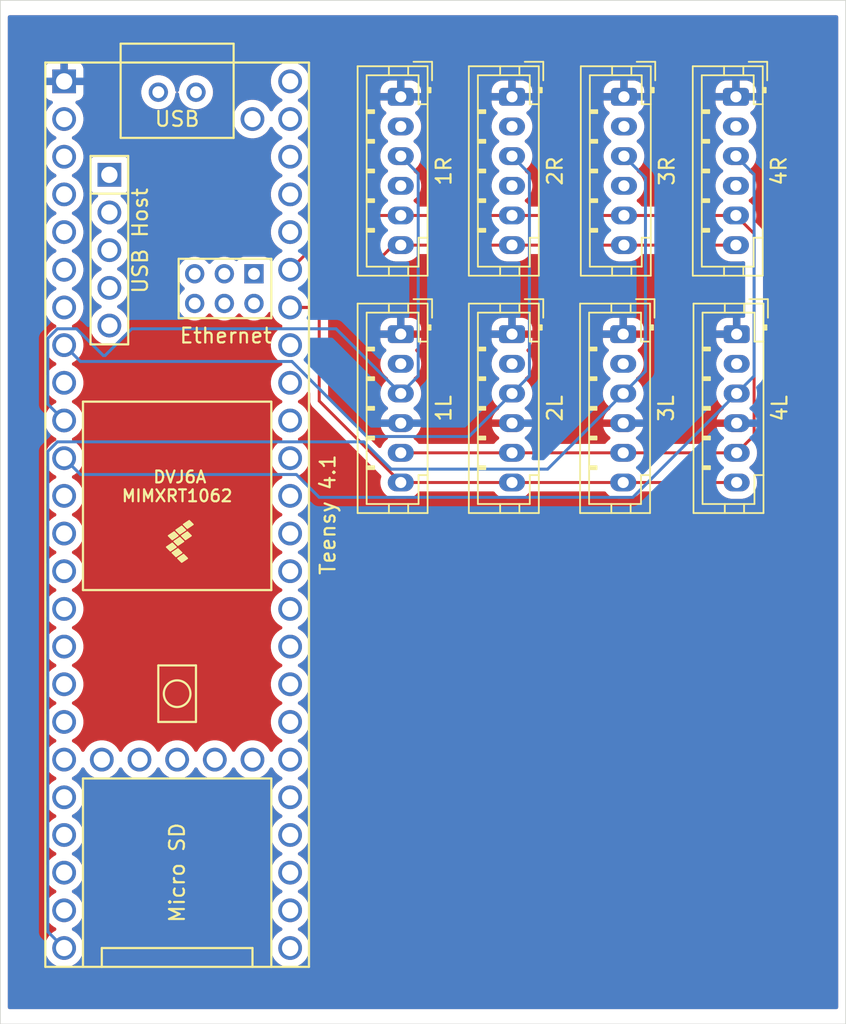
<source format=kicad_pcb>
(kicad_pcb (version 20241229) (generator "pcbnew") (generator_version "9.0")
  (layers (0 "F.Cu" signal) (4 "In1.Cu" signal) (6 "In2.Cu" signal) (2 "B.Cu" signal) (13 "F.Paste" user) (15 "B.Paste" user) (5 "F.SilkS" user "F.Silkscreen") (7 "B.SilkS" user "B.Silkscreen") (1 "F.Mask" user) (3 "B.Mask" user) (25 "Edge.Cuts" user))
  (net 0 "")
  (net 56 "+3.3V")
  (net 59 "BCLK1")
  (net 60 "LRCLK1")
  (net 61 "SAI1_RXD0")
  (net 62 "SAI1_RXD1")
  (net 63 "SAI1_RXD2")
  (net 64 "SAI2_RXD0")
  (net 65 "SAI1_RXD3")
  (net 66 "SAI2_RXD1")
  (net 67 "GND")
  (footprint "Connector_JST:JST_PH_B6B-PH-K_1x06_P2.00mm_Vertical" (layer "F.Cu") (at 228.65 51 -90)
    (property "Reference" "4L" (at 5 -2.9 90) (layer "F.SilkS"))
    (property "Value" "LeftMic")
    (pad "1" thru_hole roundrect (at 0 0 270) (size 1.2 1.75) (drill 0.75) (layers "*.Cu" "*.Mask") (roundrect_rratio 0.208333) (net 67 "GND"))
    (pad "2" thru_hole oval (at 2 0 270) (size 1.2 1.75) (drill 0.75) (layers "*.Cu" "*.Mask") (net 56 "+3.3V"))
    (pad "3" thru_hole oval (at 4 0 270) (size 1.2 1.75) (drill 0.75) (layers "*.Cu" "*.Mask") (net 65 "SAI1_RXD3"))
    (pad "4" thru_hole oval (at 6 0 270) (size 1.2 1.75) (drill 0.75) (layers "*.Cu" "*.Mask") (net 67 "GND"))
    (pad "5" thru_hole oval (at 8 0 270) (size 1.2 1.75) (drill 0.75) (layers "*.Cu" "*.Mask") (net 59 "BCLK1"))
    (pad "6" thru_hole oval (at 10 0 270) (size 1.2 1.75) (drill 0.75) (layers "*.Cu" "*.Mask") (net 60 "LRCLK1"))
  )
  (footprint "Connector_JST:JST_PH_B6B-PH-K_1x06_P2.00mm_Vertical" (layer "F.Cu") (at 221 51 -90)
    (property "Reference" "3L" (at 5 -2.9 90) (layer "F.SilkS"))
    (property "Value" "LeftMic")
    (pad "1" thru_hole roundrect (at 0 0 270) (size 1.2 1.75) (drill 0.75) (layers "*.Cu" "*.Mask") (roundrect_rratio 0.208333) (net 67 "GND"))
    (pad "2" thru_hole oval (at 2 0 270) (size 1.2 1.75) (drill 0.75) (layers "*.Cu" "*.Mask") (net 56 "+3.3V"))
    (pad "3" thru_hole oval (at 4 0 270) (size 1.2 1.75) (drill 0.75) (layers "*.Cu" "*.Mask") (net 63 "SAI1_RXD2"))
    (pad "4" thru_hole oval (at 6 0 270) (size 1.2 1.75) (drill 0.75) (layers "*.Cu" "*.Mask") (net 67 "GND"))
    (pad "5" thru_hole oval (at 8 0 270) (size 1.2 1.75) (drill 0.75) (layers "*.Cu" "*.Mask") (net 59 "BCLK1"))
    (pad "6" thru_hole oval (at 10 0 270) (size 1.2 1.75) (drill 0.75) (layers "*.Cu" "*.Mask") (net 60 "LRCLK1"))
  )
  (footprint "Connector_JST:JST_PH_B6B-PH-K_1x06_P2.00mm_Vertical" (layer "F.Cu") (at 221.05 35 -90)
    (property "Reference" "3R" (at 5 -2.9 90) (layer "F.SilkS"))
    (property "Value" "RightMic")
    (pad "1" thru_hole roundrect (at 0 0 270) (size 1.2 1.75) (drill 0.75) (layers "*.Cu" "*.Mask") (roundrect_rratio 0.208333) (net 67 "GND"))
    (pad "2" thru_hole oval (at 2 0 270) (size 1.2 1.75) (drill 0.75) (layers "*.Cu" "*.Mask") (net 56 "+3.3V"))
    (pad "3" thru_hole oval (at 4 0 270) (size 1.2 1.75) (drill 0.75) (layers "*.Cu" "*.Mask") (net 63 "SAI1_RXD2"))
    (pad "4" thru_hole oval (at 6 0 270) (size 1.2 1.75) (drill 0.75) (layers "*.Cu" "*.Mask") (net 56 "+3.3V"))
    (pad "5" thru_hole oval (at 8 0 270) (size 1.2 1.75) (drill 0.75) (layers "*.Cu" "*.Mask") (net 59 "BCLK1"))
    (pad "6" thru_hole oval (at 10 0 270) (size 1.2 1.75) (drill 0.75) (layers "*.Cu" "*.Mask") (net 60 "LRCLK1"))
  )
  (footprint "Connector_JST:JST_PH_B6B-PH-K_1x06_P2.00mm_Vertical" (layer "F.Cu") (at 206 51 -90)
    (property "Reference" "1L" (at 5 -2.9 90) (layer "F.SilkS"))
    (property "Value" "LeftMic")
    (pad "1" thru_hole roundrect (at 0 0 270) (size 1.2 1.75) (drill 0.75) (layers "*.Cu" "*.Mask") (roundrect_rratio 0.208333) (net 67 "GND"))
    (pad "2" thru_hole oval (at 2 0 270) (size 1.2 1.75) (drill 0.75) (layers "*.Cu" "*.Mask") (net 56 "+3.3V"))
    (pad "3" thru_hole oval (at 4 0 270) (size 1.2 1.75) (drill 0.75) (layers "*.Cu" "*.Mask") (net 61 "SAI1_RXD0"))
    (pad "4" thru_hole oval (at 6 0 270) (size 1.2 1.75) (drill 0.75) (layers "*.Cu" "*.Mask") (net 67 "GND"))
    (pad "5" thru_hole oval (at 8 0 270) (size 1.2 1.75) (drill 0.75) (layers "*.Cu" "*.Mask") (net 59 "BCLK1"))
    (pad "6" thru_hole oval (at 10 0 270) (size 1.2 1.75) (drill 0.75) (layers "*.Cu" "*.Mask") (net 60 "LRCLK1"))
  )
  (footprint "Connector_JST:JST_PH_B6B-PH-K_1x06_P2.00mm_Vertical" (layer "F.Cu") (at 228.6 35 -90)
    (property "Reference" "4R" (at 5 -2.9 90) (layer "F.SilkS"))
    (property "Value" "RightMic")
    (pad "1" thru_hole roundrect (at 0 0 270) (size 1.2 1.75) (drill 0.75) (layers "*.Cu" "*.Mask") (roundrect_rratio 0.208333) (net 67 "GND"))
    (pad "2" thru_hole oval (at 2 0 270) (size 1.2 1.75) (drill 0.75) (layers "*.Cu" "*.Mask") (net 56 "+3.3V"))
    (pad "3" thru_hole oval (at 4 0 270) (size 1.2 1.75) (drill 0.75) (layers "*.Cu" "*.Mask") (net 65 "SAI1_RXD3"))
    (pad "4" thru_hole oval (at 6 0 270) (size 1.2 1.75) (drill 0.75) (layers "*.Cu" "*.Mask") (net 56 "+3.3V"))
    (pad "5" thru_hole oval (at 8 0 270) (size 1.2 1.75) (drill 0.75) (layers "*.Cu" "*.Mask") (net 59 "BCLK1"))
    (pad "6" thru_hole oval (at 10 0 270) (size 1.2 1.75) (drill 0.75) (layers "*.Cu" "*.Mask") (net 60 "LRCLK1"))
  )
  (footprint "Connector_JST:JST_PH_B6B-PH-K_1x06_P2.00mm_Vertical" (layer "F.Cu") (at 213.5 51 -90)
    (property "Reference" "2L" (at 5 -2.9 90) (layer "F.SilkS"))
    (property "Value" "LeftMic")
    (pad "1" thru_hole roundrect (at 0 0 270) (size 1.2 1.75) (drill 0.75) (layers "*.Cu" "*.Mask") (roundrect_rratio 0.208333) (net 67 "GND"))
    (pad "2" thru_hole oval (at 2 0 270) (size 1.2 1.75) (drill 0.75) (layers "*.Cu" "*.Mask") (net 56 "+3.3V"))
    (pad "3" thru_hole oval (at 4 0 270) (size 1.2 1.75) (drill 0.75) (layers "*.Cu" "*.Mask") (net 62 "SAI1_RXD1"))
    (pad "4" thru_hole oval (at 6 0 270) (size 1.2 1.75) (drill 0.75) (layers "*.Cu" "*.Mask") (net 67 "GND"))
    (pad "5" thru_hole oval (at 8 0 270) (size 1.2 1.75) (drill 0.75) (layers "*.Cu" "*.Mask") (net 59 "BCLK1"))
    (pad "6" thru_hole oval (at 10 0 270) (size 1.2 1.75) (drill 0.75) (layers "*.Cu" "*.Mask") (net 60 "LRCLK1"))
  )
  (footprint "teensy:Teensy41" (layer "F.Cu") (at 190.92 63.17 -90)
    (property "Reference" "Teensy 4.1" (at 0 -10.16 90) (layer "F.SilkS"))
    (property "Value" "Teensy4.1")
    (fp_text user "DVJ6A" (at -2.54 -0.18 0) (layer "F.SilkS") (effects (font (size 0.8 0.8))))
    (fp_text user "Micro SD" (at 24.13 0 90) (layer "F.SilkS"))
    (fp_text user "USB Host" (at -18.4658 2.4892 90) (layer "F.SilkS"))
    (fp_text user "Ethernet" (at -12.065 -3.2766 0) (layer "F.SilkS"))
    (fp_text user "USB" (at -26.67 0 0) (layer "F.SilkS"))
    (fp_text user "MIMXRT1062" (at -1.27 0 0) (layer "F.SilkS") (effects (font (size 0.8 0.8))))
    (pad "1" thru_hole rect (at -29.21 7.62 270) (size 1.6 1.6) (drill 1.1) (layers "*.Cu" "*.Mask") (net 67 "GND"))
    (pad "2" thru_hole circle (at -26.67 7.62 270) (size 1.6 1.6) (drill 1.1) (layers "*.Cu" "*.Mask"))
    (pad "3" thru_hole circle (at -24.13 7.62 270) (size 1.6 1.6) (drill 1.1) (layers "*.Cu" "*.Mask"))
    (pad "4" thru_hole circle (at -21.59 7.62 270) (size 1.6 1.6) (drill 1.1) (layers "*.Cu" "*.Mask") (net 64 "SAI2_RXD0"))
    (pad "5" thru_hole circle (at -19.05 7.62 270) (size 1.6 1.6) (drill 1.1) (layers "*.Cu" "*.Mask"))
    (pad "6" thru_hole circle (at -16.51 7.62 270) (size 1.6 1.6) (drill 1.1) (layers "*.Cu" "*.Mask"))
    (pad "7" thru_hole circle (at -13.97 7.62 270) (size 1.6 1.6) (drill 1.1) (layers "*.Cu" "*.Mask") (net 66 "SAI2_RXD1"))
    (pad "8" thru_hole circle (at -11.43 7.62 270) (size 1.6 1.6) (drill 1.1) (layers "*.Cu" "*.Mask") (net 62 "SAI1_RXD1"))
    (pad "9" thru_hole circle (at -8.89 7.62 270) (size 1.6 1.6) (drill 1.1) (layers "*.Cu" "*.Mask"))
    (pad "10" thru_hole circle (at -6.35 7.62 270) (size 1.6 1.6) (drill 1.1) (layers "*.Cu" "*.Mask") (net 61 "SAI1_RXD0"))
    (pad "11" thru_hole circle (at -3.81 7.62 270) (size 1.6 1.6) (drill 1.1) (layers "*.Cu" "*.Mask") (net 65 "SAI1_RXD3"))
    (pad "12" thru_hole circle (at -1.27 7.62 270) (size 1.6 1.6) (drill 1.1) (layers "*.Cu" "*.Mask"))
    (pad "13" thru_hole circle (at 1.27 7.62 270) (size 1.6 1.6) (drill 1.1) (layers "*.Cu" "*.Mask"))
    (pad "14" thru_hole circle (at 3.81 7.62 270) (size 1.6 1.6) (drill 1.1) (layers "*.Cu" "*.Mask"))
    (pad "15" thru_hole circle (at 6.35 7.62 270) (size 1.6 1.6) (drill 1.1) (layers "*.Cu" "*.Mask"))
    (pad "16" thru_hole circle (at 8.89 7.62 270) (size 1.6 1.6) (drill 1.1) (layers "*.Cu" "*.Mask"))
    (pad "17" thru_hole circle (at 11.43 7.62 270) (size 1.6 1.6) (drill 1.1) (layers "*.Cu" "*.Mask"))
    (pad "18" thru_hole circle (at 13.97 7.62 270) (size 1.6 1.6) (drill 1.1) (layers "*.Cu" "*.Mask"))
    (pad "19" thru_hole circle (at 16.51 7.62 270) (size 1.6 1.6) (drill 1.1) (layers "*.Cu" "*.Mask"))
    (pad "20" thru_hole circle (at 19.05 7.62 270) (size 1.6 1.6) (drill 1.1) (layers "*.Cu" "*.Mask"))
    (pad "21" thru_hole circle (at 21.59 7.62 270) (size 1.6 1.6) (drill 1.1) (layers "*.Cu" "*.Mask"))
    (pad "22" thru_hole circle (at 24.13 7.62 270) (size 1.6 1.6) (drill 1.1) (layers "*.Cu" "*.Mask"))
    (pad "23" thru_hole circle (at 26.67 7.62 270) (size 1.6 1.6) (drill 1.1) (layers "*.Cu" "*.Mask"))
    (pad "24" thru_hole circle (at 29.21 7.62 270) (size 1.6 1.6) (drill 1.1) (layers "*.Cu" "*.Mask") (net 63 "SAI1_RXD2"))
    (pad "25" thru_hole circle (at 29.21 -7.62 270) (size 1.6 1.6) (drill 1.1) (layers "*.Cu" "*.Mask"))
    (pad "26" thru_hole circle (at 26.67 -7.62 270) (size 1.6 1.6) (drill 1.1) (layers "*.Cu" "*.Mask"))
    (pad "27" thru_hole circle (at 24.13 -7.62 270) (size 1.6 1.6) (drill 1.1) (layers "*.Cu" "*.Mask"))
    (pad "28" thru_hole circle (at 21.59 -7.62 270) (size 1.6 1.6) (drill 1.1) (layers "*.Cu" "*.Mask"))
    (pad "29" thru_hole circle (at 19.05 -7.62 270) (size 1.6 1.6) (drill 1.1) (layers "*.Cu" "*.Mask"))
    (pad "30" thru_hole circle (at 16.51 -7.62 270) (size 1.6 1.6) (drill 1.1) (layers "*.Cu" "*.Mask"))
    (pad "31" thru_hole circle (at 13.97 -7.62 270) (size 1.6 1.6) (drill 1.1) (layers "*.Cu" "*.Mask"))
    (pad "32" thru_hole circle (at 11.43 -7.62 270) (size 1.6 1.6) (drill 1.1) (layers "*.Cu" "*.Mask"))
    (pad "33" thru_hole circle (at 8.89 -7.62 270) (size 1.6 1.6) (drill 1.1) (layers "*.Cu" "*.Mask"))
    (pad "34" thru_hole circle (at 6.35 -7.62 270) (size 1.6 1.6) (drill 1.1) (layers "*.Cu" "*.Mask"))
    (pad "35" thru_hole circle (at 3.81 -7.62 270) (size 1.6 1.6) (drill 1.1) (layers "*.Cu" "*.Mask"))
    (pad "36" thru_hole circle (at 1.27 -7.62 270) (size 1.6 1.6) (drill 1.1) (layers "*.Cu" "*.Mask"))
    (pad "37" thru_hole circle (at -1.27 -7.62 270) (size 1.6 1.6) (drill 1.1) (layers "*.Cu" "*.Mask"))
    (pad "38" thru_hole circle (at -3.81 -7.62 270) (size 1.6 1.6) (drill 1.1) (layers "*.Cu" "*.Mask"))
    (pad "39" thru_hole circle (at -6.35 -7.62 270) (size 1.6 1.6) (drill 1.1) (layers "*.Cu" "*.Mask"))
    (pad "40" thru_hole circle (at -8.89 -7.62 270) (size 1.6 1.6) (drill 1.1) (layers "*.Cu" "*.Mask"))
    (pad "41" thru_hole circle (at -11.43 -7.62 270) (size 1.6 1.6) (drill 1.1) (layers "*.Cu" "*.Mask"))
    (pad "42" thru_hole circle (at -13.97 -7.62 270) (size 1.6 1.6) (drill 1.1) (layers "*.Cu" "*.Mask") (net 60 "LRCLK1"))
    (pad "43" thru_hole circle (at -16.51 -7.62 270) (size 1.6 1.6) (drill 1.1) (layers "*.Cu" "*.Mask") (net 59 "BCLK1"))
    (pad "44" thru_hole circle (at -19.05 -7.62 270) (size 1.6 1.6) (drill 1.1) (layers "*.Cu" "*.Mask"))
    (pad "45" thru_hole circle (at -21.59 -7.62 270) (size 1.6 1.6) (drill 1.1) (layers "*.Cu" "*.Mask"))
    (pad "46" thru_hole circle (at -24.13 -7.62 270) (size 1.6 1.6) (drill 1.1) (layers "*.Cu" "*.Mask") (net 56 "+3.3V"))
    (pad "47" thru_hole circle (at -26.67 -7.62 270) (size 1.6 1.6) (drill 1.1) (layers "*.Cu" "*.Mask"))
    (pad "48" thru_hole circle (at -29.21 -7.62 270) (size 1.6 1.6) (drill 1.1) (layers "*.Cu" "*.Mask"))
    (pad "49" thru_hole circle (at -26.67 -5.08 270) (size 1.6 1.6) (drill 1.1) (layers "*.Cu" "*.Mask"))
    (pad "50" thru_hole circle (at 16.51 5.08 270) (size 1.6 1.6) (drill 1.1) (layers "*.Cu" "*.Mask"))
    (pad "51" thru_hole circle (at 16.51 2.54 270) (size 1.6 1.6) (drill 1.1) (layers "*.Cu" "*.Mask"))
    (pad "52" thru_hole circle (at 16.51 0 270) (size 1.6 1.6) (drill 1.1) (layers "*.Cu" "*.Mask"))
    (pad "53" thru_hole circle (at 16.51 -2.54 270) (size 1.6 1.6) (drill 1.1) (layers "*.Cu" "*.Mask"))
    (pad "54" thru_hole circle (at 16.51 -5.08 270) (size 1.6 1.6) (drill 1.1) (layers "*.Cu" "*.Mask"))
    (pad "55" thru_hole rect (at -22.9108 4.5692 270) (size 1.6 1.6) (drill 1.1) (layers "*.Cu" "*.Mask"))
    (pad "56" thru_hole circle (at -20.3708 4.5692 270) (size 1.6 1.6) (drill 1.1) (layers "*.Cu" "*.Mask"))
    (pad "57" thru_hole circle (at -17.8308 4.5692 270) (size 1.6 1.6) (drill 1.1) (layers "*.Cu" "*.Mask"))
    (pad "58" thru_hole circle (at -15.2908 4.5692 270) (size 1.6 1.6) (drill 1.1) (layers "*.Cu" "*.Mask"))
    (pad "59" thru_hole circle (at -12.7508 4.5692 270) (size 1.6 1.6) (drill 1.1) (layers "*.Cu" "*.Mask"))
    (pad "60" thru_hole rect (at -16.24 -5.1816 270) (size 1.3 1.3) (drill 0.8) (layers "*.Cu" "*.Mask"))
    (pad "61" thru_hole circle (at -16.24 -3.1816 270) (size 1.3 1.3) (drill 0.8) (layers "*.Cu" "*.Mask"))
    (pad "62" thru_hole circle (at -16.24 -1.1816 270) (size 1.3 1.3) (drill 0.8) (layers "*.Cu" "*.Mask"))
    (pad "63" thru_hole circle (at -14.24 -1.1816 270) (size 1.3 1.3) (drill 0.8) (layers "*.Cu" "*.Mask"))
    (pad "64" thru_hole circle (at -14.24 -3.1816 270) (size 1.3 1.3) (drill 0.8) (layers "*.Cu" "*.Mask"))
    (pad "65" thru_hole circle (at -14.24 -5.1816 270) (size 1.3 1.3) (drill 0.8) (layers "*.Cu" "*.Mask"))
    (pad "66" thru_hole circle (at -28.48 -1.27 270) (size 1.3 1.3) (drill 0.8) (layers "*.Cu" "*.Mask"))
    (pad "67" thru_hole circle (at -28.48 1.27 270) (size 1.3 1.3) (drill 0.8) (layers "*.Cu" "*.Mask"))
  )
  (footprint "Connector_JST:JST_PH_B6B-PH-K_1x06_P2.00mm_Vertical" (layer "F.Cu") (at 213.5 35 -90)
    (property "Reference" "2R" (at 5 -2.9 90) (layer "F.SilkS"))
    (property "Value" "RightMic")
    (pad "1" thru_hole roundrect (at 0 0 270) (size 1.2 1.75) (drill 0.75) (layers "*.Cu" "*.Mask") (roundrect_rratio 0.208333) (net 67 "GND"))
    (pad "2" thru_hole oval (at 2 0 270) (size 1.2 1.75) (drill 0.75) (layers "*.Cu" "*.Mask") (net 56 "+3.3V"))
    (pad "3" thru_hole oval (at 4 0 270) (size 1.2 1.75) (drill 0.75) (layers "*.Cu" "*.Mask") (net 62 "SAI1_RXD1"))
    (pad "4" thru_hole oval (at 6 0 270) (size 1.2 1.75) (drill 0.75) (layers "*.Cu" "*.Mask") (net 56 "+3.3V"))
    (pad "5" thru_hole oval (at 8 0 270) (size 1.2 1.75) (drill 0.75) (layers "*.Cu" "*.Mask") (net 59 "BCLK1"))
    (pad "6" thru_hole oval (at 10 0 270) (size 1.2 1.75) (drill 0.75) (layers "*.Cu" "*.Mask") (net 60 "LRCLK1"))
  )
  (footprint "Connector_JST:JST_PH_B6B-PH-K_1x06_P2.00mm_Vertical" (layer "F.Cu") (at 206 35 -90)
    (property "Reference" "1R" (at 5 -2.9 90) (layer "F.SilkS"))
    (property "Value" "RightMic")
    (pad "1" thru_hole roundrect (at 0 0 270) (size 1.2 1.75) (drill 0.75) (layers "*.Cu" "*.Mask") (roundrect_rratio 0.208333) (net 67 "GND"))
    (pad "2" thru_hole oval (at 2 0 270) (size 1.2 1.75) (drill 0.75) (layers "*.Cu" "*.Mask") (net 56 "+3.3V"))
    (pad "3" thru_hole oval (at 4 0 270) (size 1.2 1.75) (drill 0.75) (layers "*.Cu" "*.Mask") (net 61 "SAI1_RXD0"))
    (pad "4" thru_hole oval (at 6 0 270) (size 1.2 1.75) (drill 0.75) (layers "*.Cu" "*.Mask") (net 56 "+3.3V"))
    (pad "5" thru_hole oval (at 8 0 270) (size 1.2 1.75) (drill 0.75) (layers "*.Cu" "*.Mask") (net 59 "BCLK1"))
    (pad "6" thru_hole oval (at 10 0 270) (size 1.2 1.75) (drill 0.75) (layers "*.Cu" "*.Mask") (net 60 "LRCLK1"))
  )
  (gr_rect (start 179 28.5) (end 236 97.5) (stroke (width 0.05)) (fill no) (layer "Edge.Cuts"))
  (segment (start 221.05 43) (end 213.5 43) (width 0.2) (layer "F.Cu") (net 59))
  (segment (start 229.826 44.226) (end 229.826 57.824) (width 0.2) (layer "F.Cu") (net 59))
  (segment (start 202.2 43) (end 198.54 46.66) (width 0.2) (layer "F.Cu") (net 59))
  (segment (start 228.65 59) (end 221 59) (width 0.2) (layer "F.Cu") (net 59))
  (segment (start 213.5 59) (end 206 59) (width 0.2) (layer "F.Cu") (net 59))
  (segment (start 213.5 43) (end 206 43) (width 0.2) (layer "F.Cu") (net 59))
  (segment (start 229.826 57.824) (end 228.65 59) (width 0.2) (layer "F.Cu") (net 59))
  (segment (start 228.6 43) (end 221.05 43) (width 0.2) (layer "F.Cu") (net 59))
  (segment (start 228.6 43) (end 229.826 44.226) (width 0.2) (layer "F.Cu") (net 59))
  (segment (start 221 59) (end 213.5 59) (width 0.2) (layer "F.Cu") (net 59))
  (segment (start 206 43) (end 202.2 43) (width 0.2) (layer "F.Cu") (net 59))
  (segment (start 213.5 45) (end 206 45) (width 0.2) (layer "F.Cu") (net 60))
  (segment (start 206 45) (end 205.5 45) (width 0.2) (layer "F.Cu") (net 60))
  (segment (start 201.3 49.2) (end 198.54 49.2) (width 0.2) (layer "F.Cu") (net 60))
  (segment (start 228.6 45) (end 221.05 45) (width 0.2) (layer "F.Cu") (net 60))
  (segment (start 200.5 55.5) (end 200.5 49.2) (width 0.2) (layer "F.Cu") (net 60))
  (segment (start 221.05 45) (end 213.5 45) (width 0.2) (layer "F.Cu") (net 60))
  (segment (start 221 61) (end 213.5 61) (width 0.2) (layer "F.Cu") (net 60))
  (segment (start 206 61) (end 200.5 55.5) (width 0.2) (layer "F.Cu") (net 60))
  (segment (start 228.65 61) (end 221 61) (width 0.2) (layer "F.Cu") (net 60))
  (segment (start 200.5 49.2) (end 198.54 49.2) (width 0.2) (layer "F.Cu") (net 60))
  (segment (start 213.5 61) (end 206 61) (width 0.2) (layer "F.Cu") (net 60))
  (segment (start 205.5 45) (end 201.3 49.2) (width 0.2) (layer "F.Cu") (net 60))
  (segment (start 185.94 52.44) (end 184.139 50.639) (width 0.2) (layer "B.Cu") (net 61))
  (segment (start 182.199 55.719) (end 183.3 56.82) (width 0.2) (layer "B.Cu") (net 61))
  (segment (start 207.176 40.176) (end 207.176 53.824) (width 0.2) (layer "B.Cu") (net 61))
  (segment (start 206 55) (end 201.639 50.639) (width 0.2) (layer "B.Cu") (net 61))
  (segment (start 186.06 52.44) (end 185.94 52.44) (width 0.2) (layer "B.Cu") (net 61))
  (segment (start 206 39) (end 207.176 40.176) (width 0.2) (layer "B.Cu") (net 61))
  (segment (start 182.84395 50.639) (end 182.199 51.28395) (width 0.2) (layer "B.Cu") (net 61))
  (segment (start 207.176 53.824) (end 206 55) (width 0.2) (layer "B.Cu") (net 61))
  (segment (start 184.139 50.639) (end 182.84395 50.639) (width 0.2) (layer "B.Cu") (net 61))
  (segment (start 201.639 50.639) (end 187.861 50.639) (width 0.2) (layer "B.Cu") (net 61))
  (segment (start 182.199 51.28395) (end 182.199 55.719) (width 0.2) (layer "B.Cu") (net 61))
  (segment (start 187.861 50.639) (end 186.06 52.44) (width 0.2) (layer "B.Cu") (net 61))
  (segment (start 213.5 55) (end 210.599 57.901) (width 0.2) (layer "B.Cu") (net 62))
  (segment (start 214.676 53.824) (end 213.5 55) (width 0.2) (layer "B.Cu") (net 62))
  (segment (start 210.599 57.901) (end 203.720894 57.901) (width 0.2) (layer "B.Cu") (net 62))
  (segment (start 213.5 39) (end 214.676 40.176) (width 0.2) (layer "B.Cu") (net 62))
  (segment (start 184.401 52.841) (end 183.3 51.74) (width 0.2) (layer "B.Cu") (net 62))
  (segment (start 214.676 40.176) (end 214.676 53.824) (width 0.2) (layer "B.Cu") (net 62))
  (segment (start 203.720894 57.901) (end 198.660894 52.841) (width 0.2) (layer "B.Cu") (net 62))
  (segment (start 198.660894 52.841) (end 184.401 52.841) (width 0.2) (layer "B.Cu") (net 62))
  (segment (start 205.351794 60.099) (end 203.511794 58.259) (width 0.2) (layer "B.Cu") (net 63))
  (segment (start 221.05 39) (end 222.5 40.45) (width 0.2) (layer "B.Cu") (net 63))
  (segment (start 182.199 91.279) (end 183.3 92.38) (width 0.2) (layer "B.Cu") (net 63))
  (segment (start 222.5 53.5) (end 221 55) (width 0.2) (layer "B.Cu") (net 63))
  (segment (start 182.84395 58.259) (end 182.199 58.90395) (width 0.2) (layer "B.Cu") (net 63))
  (segment (start 215.901 60.099) (end 205.351794 60.099) (width 0.2) (layer "B.Cu") (net 63))
  (segment (start 182.199 58.90395) (end 182.199 91.279) (width 0.2) (layer "B.Cu") (net 63))
  (segment (start 222.5 40.45) (end 222.5 53.5) (width 0.2) (layer "B.Cu") (net 63))
  (segment (start 221 55) (end 215.901 60.099) (width 0.2) (layer "B.Cu") (net 63))
  (segment (start 203.511794 58.259) (end 182.84395 58.259) (width 0.2) (layer "B.Cu") (net 63))
  (segment (start 229.826 40.226) (end 229.826 53.824) (width 0.2) (layer "B.Cu") (net 65))
  (segment (start 200.5 62) (end 198.961 60.461) (width 0.2) (layer "B.Cu") (net 65))
  (segment (start 221.65 62) (end 200.5 62) (width 0.2) (layer "B.Cu") (net 65))
  (segment (start 229.826 53.824) (end 228.65 55) (width 0.2) (layer "B.Cu") (net 65))
  (segment (start 184.401 60.461) (end 183.3 59.36) (width 0.2) (layer "B.Cu") (net 65))
  (segment (start 228.65 55) (end 221.65 62) (width 0.2) (layer "B.Cu") (net 65))
  (segment (start 198.961 60.461) (end 184.401 60.461) (width 0.2) (layer "B.Cu") (net 65))
  (segment (start 228.6 39) (end 229.826 40.226) (width 0.2) (layer "B.Cu") (net 65))
  (zone (net 67) (net_name "GND") (layers "F.Cu" "B.Cu" "In1.Cu" "In2.Cu") (connect_pads (clearance 0.5)) (min_thickness 0.25) (fill yes (thermal_gap 0.5) (thermal_bridge_width 0.5))
    (polygon (pts (xy 235.5 29.5) (xy 179.5 29.5) (xy 179.5 96.5) (xy 235.5 96.5)))
  )
)
</source>
